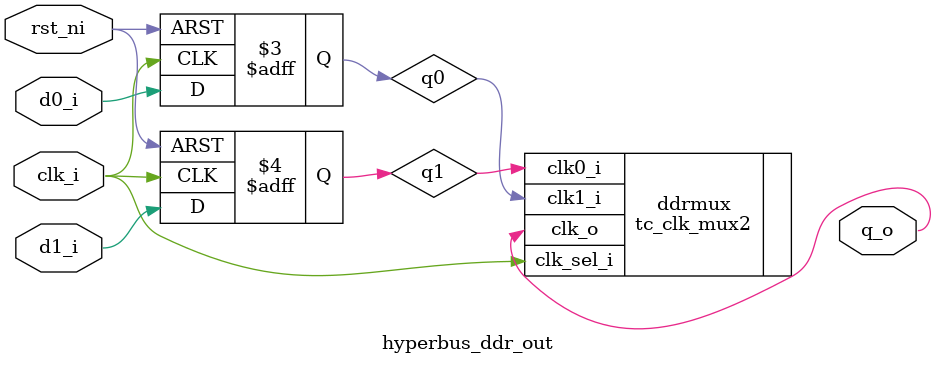
<source format=sv>


module hyperbus_ddr_out #(
    parameter logic INIT = 1'b0
)(
    input  logic clk_i,
    input  logic rst_ni,
    input  logic d0_i,
    input  logic d1_i,
    output logic q_o
);
    logic q0;
    logic q1;

    tc_clk_mux2 ddrmux (
        .clk_o     ( q_o   ),
        .clk0_i    ( q1    ),
        .clk1_i    ( q0    ),
        .clk_sel_i ( clk_i )
    );

    always_ff @(posedge clk_i or negedge rst_ni) begin
        if (~rst_ni) begin
            q0 <= INIT;
            q1 <= INIT;
        end else begin
            q0 <= d0_i;
            q1 <= d1_i;
        end
    end

endmodule

</source>
